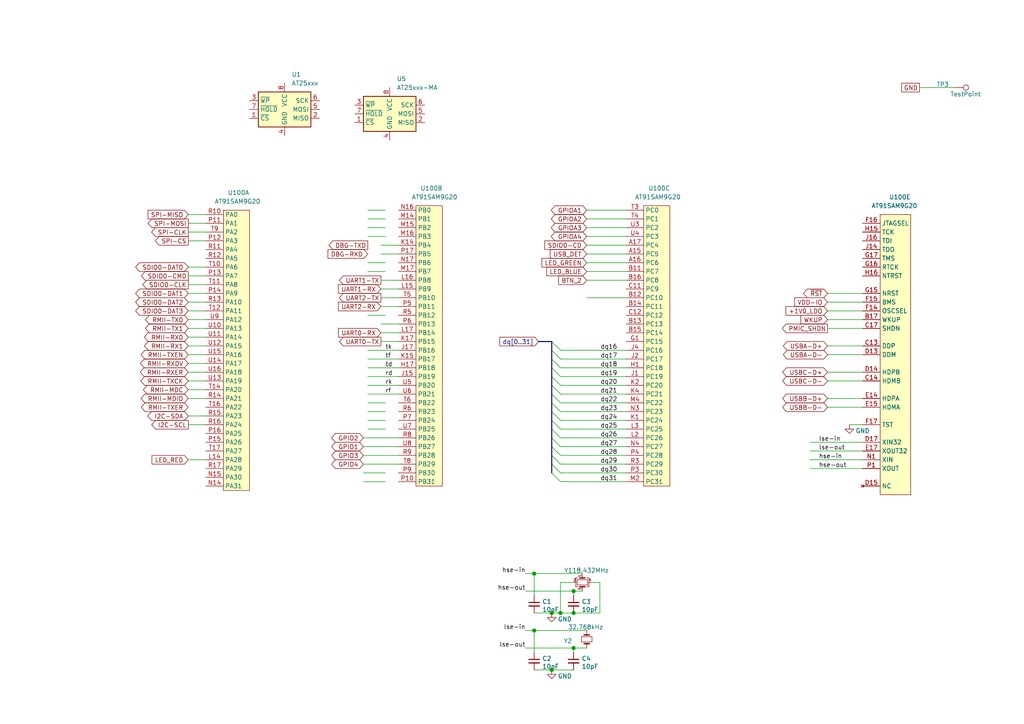
<source format=kicad_sch>
(kicad_sch (version 20211123) (generator eeschema)
  (paper "A4")
  (title_block (title "SAM9G20 SBC") (rev "0.1") (company "vd-rd"))
  (lib_symbols
    (symbol "Connector:TestPoint" (pin_numbers hide) (pin_names (offset 0.762) hide)
      (property "Reference" "TP" (at 0 6.858 0))
      (property "Value" "TestPoint" (at 0 5.08 0))
      (symbol "TestPoint_0_1"
        (circle (center 0 3.302) (radius 0.762))
      )
      (symbol "TestPoint_1_1"
        (pin passive line (at 0 0 90) (length 2.54) (name "1") (number "1"))
      )
    )
    (symbol "Device:C_Small" (pin_numbers hide) (pin_names (offset 0.254) hide)
      (property "Reference" "C" (at 0.254 1.778 0))
      (property "Value" "C_Small" (at 0.254 -2.032 0))
      (symbol "C_Small_0_1"
        (polyline (pts (xy -1.524 -0.508) (xy 1.524 -0.508)) (stroke (width 0.3302)))
        (polyline (pts (xy -1.524 0.508) (xy 1.524 0.508)) (stroke (width 0.3048)))
      )
      (symbol "C_Small_1_1"
        (pin passive line (at 0 2.54 270) (length 2.032) (name "~") (number "1"))
        (pin passive line (at 0 -2.54 90) (length 2.032) (name "~") (number "2"))
      )
    )
    (symbol "Device:Crystal_GND24_Small" (pin_names (offset 1.016) hide)
      (property "Reference" "Y" (at 1.27 4.445 0))
      (property "Value" "Crystal_GND24_Small" (at 1.27 2.54 0))
      (symbol "Crystal_GND24_Small_0_1"
        (rectangle (start -0.762 -1.524) (end 0.762 1.524))
        (polyline (pts (xy -1.27 -0.762) (xy -1.27 0.762)) (stroke (width 0.381)))
        (polyline (pts (xy 1.27 -0.762) (xy 1.27 0.762)) (stroke (width 0.381)))
        (polyline (pts (xy -1.27 -1.27) (xy -1.27 -1.905) (xy 1.27 -1.905) (xy 1.27 -1.27)))
        (polyline (pts (xy -1.27 1.27) (xy -1.27 1.905) (xy 1.27 1.905) (xy 1.27 1.27)))
      )
      (symbol "Crystal_GND24_Small_1_1"
        (pin passive line (at -2.54 0 0) (length 1.27) (name "1") (number "1"))
        (pin passive line (at 0 -2.54 90) (length 0.635) (name "2") (number "2"))
        (pin passive line (at 2.54 0 180) (length 1.27) (name "3") (number "3"))
        (pin passive line (at 0 2.54 270) (length 0.635) (name "4") (number "4"))
      )
    )
    (symbol "Device:Crystal_Small" (pin_numbers hide) (pin_names (offset 1.016) hide)
      (property "Reference" "Y" (at 0 2.54 0))
      (property "Value" "Crystal_Small" (at 0 -2.54 0))
      (symbol "Crystal_Small_0_1"
        (rectangle (start -0.762 -1.524) (end 0.762 1.524))
        (polyline (pts (xy -1.27 -0.762) (xy -1.27 0.762)) (stroke (width 0.381)))
        (polyline (pts (xy 1.27 -0.762) (xy 1.27 0.762)) (stroke (width 0.381)))
      )
      (symbol "Crystal_Small_1_1"
        (pin passive line (at -2.54 0 0) (length 1.27) (name "1") (number "1"))
        (pin passive line (at 2.54 0 180) (length 1.27) (name "2") (number "2"))
      )
    )
    (symbol "Memory_EEPROM:AT25xxx"
      (property "Reference" "U" (at -7.62 6.35 0))
      (property "Value" "AT25xxx" (at 2.54 -6.35 0))
      (symbol "AT25xxx_1_1"
        (rectangle (start -7.62 5.08) (end 7.62 -5.08) (stroke (width 0.254)) (fill (type background)))
        (pin input line (at -10.16 -2.54 0) (length 2.54) (name "~{CS}") (number "1"))
        (pin tri_state line (at 10.16 -2.54 180) (length 2.54) (name "MISO") (number "2"))
        (pin input line (at -10.16 2.54 0) (length 2.54) (name "~{WP}") (number "3"))
        (pin power_in line (at 0 -7.62 90) (length 2.54) (name "GND") (number "4"))
        (pin input line (at 10.16 0 180) (length 2.54) (name "MOSI") (number "5"))
        (pin input line (at 10.16 2.54 180) (length 2.54) (name "SCK") (number "6"))
        (pin input line (at -10.16 0 0) (length 2.54) (name "~{HOLD}") (number "7"))
        (pin power_in line (at 0 7.62 270) (length 2.54) (name "VCC") (number "8"))
      )
    )
    (symbol "Memory_EEPROM:AT25xxx-MA"
      (property "Reference" "U" (at -7.62 6.35 0))
      (property "Value" "AT25xxx-MA" (at 2.54 -6.35 0))
      (symbol "AT25xxx-MA_1_1"
        (rectangle (start -7.62 5.08) (end 7.62 -5.08) (stroke (width 0.254)) (fill (type background)))
        (pin input line (at -10.16 -2.54 0) (length 2.54) (name "~{CS}") (number "1"))
        (pin tri_state line (at 10.16 -2.54 180) (length 2.54) (name "MISO") (number "2"))
        (pin input line (at -10.16 2.54 0) (length 2.54) (name "~{WP}") (number "3"))
        (pin power_in line (at 0 -7.62 90) (length 2.54) (name "GND") (number "4"))
        (pin input line (at 10.16 0 180) (length 2.54) (name "MOSI") (number "5"))
        (pin input line (at 10.16 2.54 180) (length 2.54) (name "SCK") (number "6"))
        (pin input line (at -10.16 0 0) (length 2.54) (name "~{HOLD}") (number "7"))
        (pin power_in line (at 0 7.62 270) (length 2.54) (name "VCC") (number "8"))
        (pin passive line (at 0 -7.62 90) (length 2.54) hide (name "GND") (number "9"))
      )
    )
    (symbol "microchip:AT91SAM9G20"
      (property "Reference" "U" (at 0 43.18 0))
      (property "Value" "AT91SAM9G20" (at -8.89 43.18 0))
      (symbol "AT91SAM9G20_1_0"
        (pin passive line (at -8.89 -31.75 0) (length 5.08) (name "PA28") (number "L14"))
        (pin passive line (at -8.89 -39.37 0) (length 5.08) (name "PA31") (number "N14"))
        (pin passive line (at -8.89 -36.83 0) (length 5.08) (name "PA30") (number "N15"))
        (pin passive line (at -8.89 36.83 0) (length 5.08) (name "PA1") (number "P11"))
        (pin passive line (at -8.89 31.75 0) (length 5.08) (name "PA3") (number "P12"))
        (pin passive line (at -8.89 21.59 0) (length 5.08) (name "PA7") (number "P13"))
        (pin passive line (at -8.89 16.51 0) (length 5.08) (name "PA9") (number "P14"))
        (pin passive line (at -8.89 -26.67 0) (length 5.08) (name "PA26") (number "P15"))
        (pin passive line (at -8.89 -24.13 0) (length 5.08) (name "PA25") (number "P16"))
        (pin passive line (at -8.89 39.37 0) (length 5.08) (name "PA0") (number "R10"))
        (pin passive line (at -8.89 29.21 0) (length 5.08) (name "PA4") (number "R11"))
        (pin passive line (at -8.89 26.67 0) (length 5.08) (name "PA5") (number "R12"))
        (pin passive line (at -8.89 13.97 0) (length 5.08) (name "PA10") (number "R13"))
        (pin passive line (at -8.89 -13.97 0) (length 5.08) (name "PA21") (number "R14"))
        (pin passive line (at -8.89 -19.05 0) (length 5.08) (name "PA23") (number "R15"))
        (pin passive line (at -8.89 -21.59 0) (length 5.08) (name "PA24") (number "R16"))
        (pin passive line (at -8.89 -34.29 0) (length 5.08) (name "PA29") (number "R17"))
        (pin passive line (at -8.89 24.13 0) (length 5.08) (name "PA6") (number "T10"))
        (pin passive line (at -8.89 19.05 0) (length 5.08) (name "PA8") (number "T11"))
        (pin passive line (at -8.89 11.43 0) (length 5.08) (name "PA11") (number "T12"))
        (pin passive line (at -8.89 -11.43 0) (length 5.08) (name "PA20") (number "T14"))
        (pin passive line (at -8.89 -16.51 0) (length 5.08) (name "PA22") (number "T16"))
        (pin passive line (at -8.89 -29.21 0) (length 5.08) (name "PA27") (number "T17"))
        (pin passive line (at -8.89 34.29 0) (length 5.08) (name "PA2") (number "T9"))
        (pin passive line (at -8.89 6.35 0) (length 5.08) (name "PA13") (number "U10"))
        (pin passive line (at -8.89 3.81 0) (length 5.08) (name "PA14") (number "U11"))
        (pin passive line (at -8.89 1.27 0) (length 5.08) (name "PA15") (number "U12"))
        (pin passive line (at -8.89 -8.89 0) (length 5.08) (name "PA19") (number "U13"))
        (pin passive line (at -8.89 -3.81 0) (length 5.08) (name "PA17") (number "U14"))
        (pin passive line (at -8.89 -1.27 0) (length 5.08) (name "PA16") (number "U15"))
        (pin passive line (at -8.89 -6.35 0) (length 5.08) (name "PA18") (number "U16"))
        (pin passive line (at -8.89 8.89 0) (length 5.08) (name "PA12") (number "U9"))
      )
      (symbol "AT91SAM9G20_1_1"
        (rectangle (start -3.81 40.64) (end 3.81 -40.64) (stroke (width 0.1524)) (fill (type background)))
      )
      (symbol "AT91SAM9G20_2_0"
        (pin passive line (at -8.89 -6.35 0) (length 5.08) (name "PB18") (number "H17"))
        (pin passive line (at -8.89 -8.89 0) (length 5.08) (name "PB19") (number "J15"))
        (pin passive line (at -8.89 -1.27 0) (length 5.08) (name "PB16") (number "J17"))
        (pin passive line (at -8.89 29.21 0) (length 5.08) (name "PB4") (number "K14"))
        (pin passive line (at -8.89 -3.81 0) (length 5.08) (name "PB17") (number "K15"))
        (pin passive line (at -8.89 1.27 0) (length 5.08) (name "PB15") (number "K17"))
        (pin passive line (at -8.89 16.51 0) (length 5.08) (name "PB9") (number "L15"))
        (pin passive line (at -8.89 19.05 0) (length 5.08) (name "PB8") (number "L16"))
        (pin passive line (at -8.89 3.81 0) (length 5.08) (name "PB14") (number "L17"))
        (pin passive line (at -8.89 36.83 0) (length 5.08) (name "PB1") (number "M14"))
        (pin passive line (at -8.89 34.29 0) (length 5.08) (name "PB2") (number "M15"))
        (pin passive line (at -8.89 31.75 0) (length 5.08) (name "PB3") (number "M16"))
        (pin passive line (at -8.89 21.59 0) (length 5.08) (name "PB7") (number "M17"))
        (pin passive line (at -8.89 39.37 0) (length 5.08) (name "PB0") (number "N16"))
        (pin passive line (at -8.89 24.13 0) (length 5.08) (name "PB6") (number "N17"))
        (pin passive line (at -8.89 -39.37 0) (length 5.08) (name "PB31") (number "P10"))
        (pin passive line (at -8.89 26.67 0) (length 5.08) (name "PB5") (number "P17"))
        (pin passive line (at -8.89 11.43 0) (length 5.08) (name "PB11") (number "P5"))
        (pin passive line (at -8.89 6.35 0) (length 5.08) (name "PB13") (number "P6"))
        (pin passive line (at -8.89 -21.59 0) (length 5.08) (name "PB24") (number "P7"))
        (pin passive line (at -8.89 -36.83 0) (length 5.08) (name "PB30") (number "P9"))
        (pin passive line (at -8.89 8.89 0) (length 5.08) (name "PB12") (number "R5"))
        (pin passive line (at -8.89 -19.05 0) (length 5.08) (name "PB23") (number "R6"))
        (pin passive line (at -8.89 -26.67 0) (length 5.08) (name "PB26") (number "R8"))
        (pin passive line (at -8.89 -31.75 0) (length 5.08) (name "PB28") (number "R9"))
        (pin passive line (at -8.89 13.97 0) (length 5.08) (name "PB10") (number "T5"))
        (pin passive line (at -8.89 -16.51 0) (length 5.08) (name "PB22") (number "T6"))
        (pin passive line (at -8.89 -34.29 0) (length 5.08) (name "PB29") (number "T8"))
        (pin passive line (at -8.89 -11.43 0) (length 5.08) (name "PB20") (number "U5"))
        (pin passive line (at -8.89 -13.97 0) (length 5.08) (name "PB21") (number "U6"))
        (pin passive line (at -8.89 -24.13 0) (length 5.08) (name "PB25") (number "U7"))
        (pin passive line (at -8.89 -29.21 0) (length 5.08) (name "PB27") (number "U8"))
      )
      (symbol "AT91SAM9G20_2_1"
        (rectangle (start -3.81 40.64) (end 3.81 -40.64) (stroke (width 0.1524)) (fill (type background)))
      )
      (symbol "AT91SAM9G20_3_0"
        (pin passive line (at -8.89 26.67 0) (length 5.08) (name "PC5") (number "A15"))
        (pin passive line (at -8.89 24.13 0) (length 5.08) (name "PC6") (number "A16"))
        (pin passive line (at -8.89 29.21 0) (length 5.08) (name "PC4") (number "A17"))
        (pin passive line (at -8.89 21.59 0) (length 5.08) (name "PC7") (number "B11"))
        (pin passive line (at -8.89 13.97 0) (length 5.08) (name "PC10") (number "B12"))
        (pin passive line (at -8.89 6.35 0) (length 5.08) (name "PC13") (number "B13"))
        (pin passive line (at -8.89 11.43 0) (length 5.08) (name "PC11") (number "B14"))
        (pin passive line (at -8.89 3.81 0) (length 5.08) (name "PC14") (number "B15"))
        (pin passive line (at -8.89 19.05 0) (length 5.08) (name "PC8") (number "B16"))
        (pin passive line (at -8.89 16.51 0) (length 5.08) (name "PC9") (number "C11"))
        (pin passive line (at -8.89 8.89 0) (length 5.08) (name "PC12") (number "C12"))
        (pin passive line (at -8.89 1.27 0) (length 5.08) (name "PC15") (number "G1"))
        (pin passive line (at -8.89 -6.35 0) (length 5.08) (name "PC18") (number "H1"))
        (pin passive line (at -8.89 -8.89 0) (length 5.08) (name "PC19") (number "J1"))
        (pin passive line (at -8.89 -3.81 0) (length 5.08) (name "PC17") (number "J2"))
        (pin passive line (at -8.89 -1.27 0) (length 5.08) (name "PC16") (number "J4"))
        (pin passive line (at -8.89 -21.59 0) (length 5.08) (name "PC24") (number "K1"))
        (pin passive line (at -8.89 -11.43 0) (length 5.08) (name "PC20") (number "K2"))
        (pin passive line (at -8.89 -13.97 0) (length 5.08) (name "PC21") (number "K4"))
        (pin passive line (at -8.89 -26.67 0) (length 5.08) (name "PC26") (number "L2"))
        (pin passive line (at -8.89 -24.13 0) (length 5.08) (name "PC25") (number "L3"))
        (pin passive line (at -8.89 -39.37 0) (length 5.08) (name "PC31") (number "M2"))
        (pin passive line (at -8.89 -16.51 0) (length 5.08) (name "PC22") (number "M4"))
        (pin passive line (at -8.89 -19.05 0) (length 5.08) (name "PC23") (number "N3"))
        (pin passive line (at -8.89 -29.21 0) (length 5.08) (name "PC27") (number "N4"))
        (pin passive line (at -8.89 -36.83 0) (length 5.08) (name "PC30") (number "P3"))
        (pin passive line (at -8.89 -31.75 0) (length 5.08) (name "PC28") (number "P4"))
        (pin passive line (at -8.89 -34.29 0) (length 5.08) (name "PC29") (number "R3"))
        (pin passive line (at -8.89 39.37 0) (length 5.08) (name "PC0") (number "T3"))
        (pin passive line (at -8.89 36.83 0) (length 5.08) (name "PC1") (number "T4"))
        (pin passive line (at -8.89 34.29 0) (length 5.08) (name "PC2") (number "U3"))
        (pin passive line (at -8.89 31.75 0) (length 5.08) (name "PC3") (number "U4"))
      )
      (symbol "AT91SAM9G20_3_1"
        (rectangle (start -3.81 40.64) (end 3.81 -40.64) (stroke (width 0.1524)) (fill (type background)))
      )
      (symbol "AT91SAM9G20_4_0"
        (pin passive line (at 24.13 -24.13 180) (length 5.08) (name "NWR3/NBS3/CFIOW") (number "A1"))
        (pin passive line (at -12.7 -15.24 0) (length 5.08) (name "A21") (number "A10"))
        (pin passive line (at -12.7 -17.78 0) (length 5.08) (name "A22") (number "A11"))
        (pin passive line (at 24.13 -19.05 180) (length 5.08) (name "NWR0/NWE/CFWE") (number "A12"))
        (pin passive line (at 24.13 -29.21 180) (length 5.08) (name "NRD/CFOE") (number "A13"))
        (pin passive line (at 24.13 -6.35 180) (length 5.08) (name "NCS0") (number "A14"))
        (pin passive line (at -12.7 38.1 0) (length 5.08) (name "A0/NBS0") (number "A2"))
        (pin passive line (at -12.7 35.56 0) (length 5.08) (name "A1/NBS2/NWR2") (number "A3"))
        (pin passive line (at -12.7 22.86 0) (length 5.08) (name "A6") (number "A4"))
        (pin passive line (at -12.7 17.78 0) (length 5.08) (name "A8") (number "A5"))
        (pin passive line (at -12.7 10.16 0) (length 5.08) (name "A11") (number "A6"))
        (pin passive line (at -12.7 5.08 0) (length 5.08) (name "A13") (number "A7"))
        (pin passive line (at -12.7 -2.54 0) (length 5.08) (name "A16/BA0") (number "A8"))
        (pin passive line (at -12.7 -7.62 0) (length 5.08) (name "A18") (number "A9"))
        (pin passive line (at -12.7 -35.56 0) (length 5.08) (name "SDCK") (number "B1"))
        (pin passive line (at 24.13 -31.75 180) (length 5.08) (name "NANDWE") (number "B10"))
        (pin passive line (at 24.13 -21.59 180) (length 5.08) (name "NWR1/NBS1/CFIOR") (number "B2"))
        (pin passive line (at 24.13 -8.89 180) (length 5.08) (name "NCS1/SDCS") (number "B3"))
        (pin passive line (at -12.7 -22.86 0) (length 5.08) (name "SDA10") (number "B4"))
        (pin passive line (at -12.7 30.48 0) (length 5.08) (name "A3") (number "B5"))
        (pin passive line (at -12.7 20.32 0) (length 5.08) (name "A7") (number "B6"))
        (pin passive line (at -12.7 7.62 0) (length 5.08) (name "A12") (number "B7"))
        (pin passive line (at -12.7 0 0) (length 5.08) (name "A15") (number "B8"))
        (pin passive line (at -12.7 -12.7 0) (length 5.08) (name "A20") (number "B9"))
        (pin passive line (at 24.13 17.78 180) (length 5.08) (name "D8") (number "C1"))
        (pin passive line (at 24.13 -34.29 180) (length 5.08) (name "NANDOE") (number "C10"))
        (pin passive line (at 24.13 35.56 180) (length 5.08) (name "D1") (number "C2"))
        (pin passive line (at -12.7 -33.02 0) (length 5.08) (name "CAS") (number "C3"))
        (pin passive line (at -12.7 33.02 0) (length 5.08) (name "A2") (number "C4"))
        (pin passive line (at -12.7 27.94 0) (length 5.08) (name "A4") (number "C5"))
        (pin passive line (at -12.7 15.24 0) (length 5.08) (name "A9") (number "C6"))
        (pin passive line (at -12.7 2.54 0) (length 5.08) (name "A14") (number "C7"))
        (pin passive line (at -12.7 -5.08 0) (length 5.08) (name "A17/BA1") (number "C8"))
        (pin passive line (at -12.7 -10.16 0) (length 5.08) (name "A19") (number "C9"))
        (pin passive line (at 24.13 15.24 180) (length 5.08) (name "D9") (number "D1"))
        (pin passive line (at 24.13 33.02 180) (length 5.08) (name "D2") (number "D2"))
        (pin passive line (at -12.7 -27.94 0) (length 5.08) (name "RAS") (number "D3"))
        (pin passive line (at 24.13 38.1 180) (length 5.08) (name "D0") (number "D4"))
        (pin passive line (at -12.7 25.4 0) (length 5.08) (name "A5") (number "D5"))
        (pin passive line (at -12.7 12.7 0) (length 5.08) (name "A10") (number "D7"))
        (pin passive line (at 24.13 12.7 180) (length 5.08) (name "D10") (number "E1"))
        (pin passive line (at 24.13 25.4 180) (length 5.08) (name "D5") (number "E2"))
        (pin passive line (at 24.13 30.48 180) (length 5.08) (name "D3") (number "E3"))
        (pin passive line (at 24.13 27.94 180) (length 5.08) (name "D4") (number "E4"))
        (pin passive line (at 24.13 5.08 180) (length 5.08) (name "D13") (number "F1"))
        (pin passive line (at -12.7 -30.48 0) (length 5.08) (name "SDWE") (number "F2"))
        (pin passive line (at 24.13 22.86 180) (length 5.08) (name "D6") (number "F3"))
        (pin passive line (at 24.13 20.32 180) (length 5.08) (name "D7") (number "G2"))
        (pin passive line (at -12.7 -38.1 0) (length 5.08) (name "SDCKE") (number "G3"))
        (pin passive line (at 24.13 2.54 180) (length 5.08) (name "D14") (number "H2"))
        (pin passive line (at 24.13 7.62 180) (length 5.08) (name "D12") (number "H3"))
        (pin passive line (at 24.13 10.16 180) (length 5.08) (name "D11") (number "H4"))
        (pin passive line (at 24.13 0 180) (length 5.08) (name "D15") (number "K3"))
      )
      (symbol "AT91SAM9G20_4_1"
        (rectangle (start -7.62 39.37) (end 19.05 -39.37) (stroke (width 0.1524)) (fill (type background)))
      )
      (symbol "AT91SAM9G20_5_0"
        (pin passive line (at -8.89 3.81 0) (length 5.08) (name "WKUP") (number "B17"))
        (pin passive line (at -8.89 -3.81 0) (length 5.08) (name "DDP") (number "C13"))
        (pin passive line (at -8.89 -13.97 0) (length 5.08) (name "HDMB") (number "C14"))
        (pin no_connect line (at -8.89 -44.45 0) (length 5.08) hide (name "NC") (number "C15"))
        (pin passive line (at -8.89 1.27 0) (length 5.08) (name "SHDN") (number "C17"))
        (pin passive line (at -8.89 -6.35 0) (length 5.08) (name "DDM") (number "D13"))
        (pin passive line (at -8.89 -11.43 0) (length 5.08) (name "HDPB") (number "D14"))
        (pin no_connect line (at -8.89 -44.45 0) (length 5.08) (name "NC") (number "D15"))
        (pin passive line (at -8.89 -31.75 0) (length 5.08) (name "XIN32") (number "D17"))
        (pin passive line (at -8.89 -19.05 0) (length 5.08) (name "HDPA") (number "E14"))
        (pin passive line (at -8.89 -21.59 0) (length 5.08) (name "HDMA") (number "E15"))
        (pin passive line (at -8.89 -34.29 0) (length 5.08) (name "XOUT32") (number "E17"))
        (pin passive line (at -8.89 6.35 0) (length 5.08) (name "OSCSEL") (number "F14"))
        (pin passive line (at -8.89 8.89 0) (length 5.08) (name "BMS") (number "F15"))
        (pin passive line (at -8.89 31.75 0) (length 5.08) (name "JTAGSEL") (number "F16"))
        (pin passive line (at -8.89 -26.67 0) (length 5.08) (name "TST") (number "F17"))
        (pin passive line (at -8.89 11.43 0) (length 5.08) (name "NRST") (number "G15"))
        (pin passive line (at -8.89 19.05 0) (length 5.08) (name "RTCK") (number "G16"))
        (pin passive line (at -8.89 21.59 0) (length 5.08) (name "TMS") (number "G17"))
        (pin passive line (at -8.89 29.21 0) (length 5.08) (name "TCK") (number "H15"))
        (pin passive line (at -8.89 16.51 0) (length 5.08) (name "NTRST") (number "H16"))
        (pin passive line (at -8.89 24.13 0) (length 5.08) (name "TDO") (number "J14"))
        (pin passive line (at -8.89 26.67 0) (length 5.08) (name "TDI") (number "J16"))
        (pin passive line (at -8.89 -36.83 0) (length 5.08) (name "XIN") (number "N1"))
        (pin passive line (at -8.89 -39.37 0) (length 5.08) (name "XOUT") (number "P1"))
        (pin no_connect line (at -8.89 -44.45 0) (length 5.08) hide (name "NC") (number "R1"))
        (pin no_connect line (at -8.89 -44.45 0) (length 5.08) hide (name "NC") (number "T1"))
      )
      (symbol "AT91SAM9G20_5_1"
        (rectangle (start -3.81 34.29) (end 5.08 -46.99) (stroke (width 0.1524)) (fill (type background)))
      )
      (symbol "AT91SAM9G20_6_0"
        (pin passive line (at -6.35 3.81 0) (length 5.08) (name "VDDUSB") (number "C16"))
        (pin passive line (at -6.35 1.27 0) (length 5.08) (name "GNDUSB") (number "D10"))
        (pin power_in line (at -6.35 29.21 0) (length 5.08) (name "VDDIOM") (number "D11"))
        (pin passive line (at -6.35 1.27 0) (length 5.08) hide (name "GNDUSB") (number "D12"))
        (pin power_in line (at -6.35 11.43 0) (length 5.08) (name "VDDBU") (number "D16"))
        (pin passive line (at -6.35 -19.05 0) (length 5.08) (name "GND") (number "D6"))
        (pin passive line (at -6.35 -19.05 0) (length 5.08) hide (name "GND") (number "D8"))
        (pin power_in line (at -6.35 24.13 0) (length 5.08) hide (name "VDDCORE") (number "D9"))
        (pin passive line (at -6.35 8.89 0) (length 5.08) (name "GNDBU") (number "E16"))
        (pin passive line (at -6.35 -19.05 0) (length 5.08) hide (name "GND") (number "F4"))
        (pin passive line (at -6.35 -19.05 0) (length 5.08) hide (name "GND") (number "G14"))
        (pin power_in line (at -6.35 29.21 0) (length 5.08) hide (name "VDDIOM") (number "G4"))
        (pin passive line (at -6.35 -19.05 0) (length 5.08) hide (name "GND") (number "H10"))
        (pin power_in line (at -6.35 24.13 0) (length 5.08) hide (name "VDDCORE") (number "H14"))
        (pin passive line (at -6.35 -19.05 0) (length 5.08) hide (name "GND") (number "H8"))
        (pin passive line (at -6.35 -19.05 0) (length 5.08) hide (name "GND") (number "H9"))
        (pin passive line (at -6.35 -19.05 0) (length 5.08) hide (name "GND") (number "J10"))
        (pin power_in line (at -6.35 29.21 0) (length 5.08) hide (name "VDDIOM") (number "J3"))
        (pin passive line (at -6.35 -19.05 0) (length 5.08) hide (name "GND") (number "J8"))
        (pin passive line (at -6.35 -19.05 0) (length 5.08) hide (name "GND") (number "J9"))
        (pin passive line (at -6.35 -19.05 0) (length 5.08) hide (name "GND") (number "K10"))
        (pin passive line (at -6.35 -19.05 0) (length 5.08) hide (name "GND") (number "K16"))
        (pin passive line (at -6.35 -19.05 0) (length 5.08) hide (name "GND") (number "K8"))
        (pin passive line (at -6.35 -19.05 0) (length 5.08) hide (name "GND") (number "K9"))
        (pin passive line (at -6.35 -19.05 0) (length 5.08) hide (name "GND") (number "L1"))
        (pin passive line (at -6.35 -3.81 0) (length 5.08) (name "VDDOSC") (number "L4"))
        (pin power_in line (at -6.35 24.13 0) (length 5.08) hide (name "VDDCORE") (number "M1"))
        (pin passive line (at -6.35 -19.05 0) (length 5.08) hide (name "GND") (number "M3"))
        (pin passive line (at -6.35 19.05 0) (length 5.08) (name "VDDPLL") (number "N2"))
        (pin passive line (at -6.35 19.05 0) (length 5.08) hide (name "VDDPLL") (number "P2"))
        (pin power_in line (at -6.35 34.29 0) (length 5.08) hide (name "VDDIOP") (number "P8"))
        (pin passive line (at -6.35 -13.97 0) (length 5.08) (name "GNDANA") (number "R2"))
        (pin passive line (at -6.35 -8.89 0) (length 5.08) (name "VDDANA") (number "R4"))
        (pin passive line (at -6.35 -19.05 0) (length 5.08) hide (name "GND") (number "R7"))
        (pin power_in line (at -6.35 24.13 0) (length 5.08) (name "VDDCORE") (number "T13"))
        (pin passive line (at -6.35 -19.05 0) (length 5.08) hide (name "GND") (number "T15"))
        (pin passive line (at -6.35 16.51 0) (length 5.08) (name "GNDPLL") (number "T2"))
        (pin passive line (at -6.35 -19.05 0) (length 5.08) hide (name "GND") (number "T7"))
        (pin passive line (at -6.35 16.51 0) (length 5.08) hide (name "GNDPLL") (number "U1"))
        (pin power_in line (at -6.35 34.29 0) (length 5.08) (name "VDDIOP") (number "U17"))
        (pin passive line (at -6.35 -11.43 0) (length 5.08) (name "ADVREF") (number "U2"))
      )
      (symbol "AT91SAM9G20_6_1"
        (rectangle (start -1.27 38.1) (end 7.62 -21.59) (stroke (width 0.1524)) (fill (type background)))
      )
    )
    (symbol "power:GND" (power) (pin_names (offset 0))
      (property "Value" "GND" (at 0 -3.81 0))
      (symbol "GND_0_1"
        (polyline (pts (xy 0 0) (xy 0 -1.27) (xy 1.27 -1.27) (xy 0 -2.54) (xy -1.27 -1.27) (xy 0 -1.27)))
      )
      (symbol "GND_1_1"
        (pin power_in line (at 0 0 270) (length 0) hide (name "GND") (number "1"))
      )
    )
  )
  (junction (at 160.02 194.31) (diameter 1.016))
  (junction (at 154.94 166.37) (diameter 1.016))
  (junction (at 166.37 177.8) (diameter 1.016))
  (junction (at 160.02 177.8) (diameter 1.016))
  (junction (at 166.37 187.96) (diameter 1.016))
  (junction (at 162.56 177.8) (diameter 1.016))
  (junction (at 154.94 182.88) (diameter 1.016))
  (junction (at 166.37 171.45) (diameter 1.016))
  (bus_entry (at 160.02 124.46) (size 2.54 2.54) (stroke (width 0.1524)))
  (bus_entry (at 160.02 111.76) (size 2.54 2.54) (stroke (width 0.1524)))
  (bus_entry (at 160.02 127) (size 2.54 2.54) (stroke (width 0.1524)))
  (bus_entry (at 160.02 99.06) (size 2.54 2.54) (stroke (width 0.1524)))
  (bus_entry (at 160.02 101.6) (size 2.54 2.54) (stroke (width 0.1524)))
  (bus_entry (at 160.02 106.68) (size 2.54 2.54) (stroke (width 0.1524)))
  (bus_entry (at 160.02 104.14) (size 2.54 2.54) (stroke (width 0.1524)))
  (bus_entry (at 160.02 121.92) (size 2.54 2.54) (stroke (width 0.1524)))
  (bus_entry (at 160.02 109.22) (size 2.54 2.54) (stroke (width 0.1524)))
  (bus_entry (at 160.02 114.3) (size 2.54 2.54) (stroke (width 0.1524)))
  (bus_entry (at 160.02 116.84) (size 2.54 2.54) (stroke (width 0.1524)))
  (bus_entry (at 160.02 119.38) (size 2.54 2.54) (stroke (width 0.1524)))
  (bus_entry (at 160.02 132.08) (size 2.54 2.54) (stroke (width 0.1524)))
  (bus_entry (at 160.02 129.54) (size 2.54 2.54) (stroke (width 0.1524)))
  (bus_entry (at 160.02 137.16) (size 2.54 2.54) (stroke (width 0.1524)))
  (bus_entry (at 160.02 134.62) (size 2.54 2.54) (stroke (width 0.1524)))
  (wire (pts (xy 54.61 133.35) (xy 59.69 133.35)))
  (wire (pts (xy 54.61 100.33) (xy 59.69 100.33)))
  (wire (pts (xy 234.95 128.27) (xy 250.19 128.27)))
  (wire (pts (xy 181.61 116.84) (xy 162.56 116.84)))
  (wire (pts (xy 54.61 97.79) (xy 59.69 97.79)))
  (wire (pts (xy 240.03 87.63) (xy 250.19 87.63)))
  (bus (pts (xy 160.02 99.06) (xy 156.21 99.06)))
  (wire (pts (xy 54.61 105.41) (xy 59.69 105.41)))
  (wire (pts (xy 106.68 78.74) (xy 111.76 78.74)))
  (wire (pts (xy 110.49 83.82) (xy 115.57 83.82)))
  (wire (pts (xy 106.68 60.96) (xy 111.76 60.96)))
  (wire (pts (xy 181.61 134.62) (xy 162.56 134.62)))
  (wire (pts (xy 106.68 104.14) (xy 115.57 104.14)))
  (wire (pts (xy 110.49 93.98) (xy 115.57 93.98)))
  (wire (pts (xy 170.18 81.28) (xy 181.61 81.28)))
  (wire (pts (xy 160.02 194.31) (xy 166.37 194.31)))
  (wire (pts (xy 54.61 64.77) (xy 59.69 64.77)))
  (wire (pts (xy 105.41 139.7) (xy 111.76 139.7)))
  (wire (pts (xy 166.37 187.96) (xy 170.18 187.96)))
  (wire (pts (xy 152.4 187.96) (xy 166.37 187.96)))
  (wire (pts (xy 106.68 111.76) (xy 115.57 111.76)))
  (wire (pts (xy 110.49 99.06) (xy 115.57 99.06)))
  (wire (pts (xy 166.37 171.45) (xy 166.37 172.72)))
  (wire (pts (xy 54.61 85.09) (xy 59.69 85.09)))
  (wire (pts (xy 266.7 25.4) (xy 276.86 25.4)))
  (wire (pts (xy 170.18 71.12) (xy 181.61 71.12)))
  (wire (pts (xy 106.68 121.92) (xy 111.76 121.92)))
  (wire (pts (xy 170.18 78.74) (xy 181.61 78.74)))
  (wire (pts (xy 240.03 90.17) (xy 250.19 90.17)))
  (wire (pts (xy 105.41 127) (xy 115.57 127)))
  (wire (pts (xy 240.03 95.25) (xy 250.19 95.25)))
  (wire (pts (xy 181.61 129.54) (xy 162.56 129.54)))
  (wire (pts (xy 54.61 113.03) (xy 59.69 113.03)))
  (wire (pts (xy 54.61 115.57) (xy 59.69 115.57)))
  (wire (pts (xy 110.49 86.36) (xy 115.57 86.36)))
  (wire (pts (xy 54.61 102.87) (xy 59.69 102.87)))
  (wire (pts (xy 54.61 95.25) (xy 59.69 95.25)))
  (wire (pts (xy 106.68 63.5) (xy 111.76 63.5)))
  (wire (pts (xy 170.18 60.96) (xy 181.61 60.96)))
  (wire (pts (xy 154.94 194.31) (xy 160.02 194.31)))
  (wire (pts (xy 54.61 110.49) (xy 59.69 110.49)))
  (wire (pts (xy 181.61 124.46) (xy 162.56 124.46)))
  (wire (pts (xy 240.03 100.33) (xy 250.19 100.33)))
  (wire (pts (xy 154.94 166.37) (xy 168.91 166.37)))
  (wire (pts (xy 152.4 166.37) (xy 154.94 166.37)))
  (wire (pts (xy 154.94 182.88) (xy 170.18 182.88)))
  (wire (pts (xy 152.4 182.88) (xy 154.94 182.88)))
  (wire (pts (xy 162.56 168.91) (xy 162.56 177.8)))
  (wire (pts (xy 166.37 168.91) (xy 162.56 168.91)))
  (wire (pts (xy 170.18 63.5) (xy 181.61 63.5)))
  (wire (pts (xy 54.61 82.55) (xy 59.69 82.55)))
  (wire (pts (xy 170.18 76.2) (xy 181.61 76.2)))
  (wire (pts (xy 106.68 76.2) (xy 111.76 76.2)))
  (wire (pts (xy 170.18 86.36) (xy 181.61 86.36)))
  (wire (pts (xy 106.68 114.3) (xy 115.57 114.3)))
  (wire (pts (xy 106.68 119.38) (xy 111.76 119.38)))
  (wire (pts (xy 181.61 104.14) (xy 162.56 104.14)))
  (wire (pts (xy 110.49 81.28) (xy 115.57 81.28)))
  (wire (pts (xy 240.03 92.71) (xy 250.19 92.71)))
  (wire (pts (xy 170.18 73.66) (xy 181.61 73.66)))
  (wire (pts (xy 106.68 68.58) (xy 111.76 68.58)))
  (wire (pts (xy 54.61 62.23) (xy 59.69 62.23)))
  (wire (pts (xy 54.61 107.95) (xy 59.69 107.95)))
  (wire (pts (xy 106.68 91.44) (xy 111.76 91.44)))
  (wire (pts (xy 54.61 120.65) (xy 59.69 120.65)))
  (wire (pts (xy 106.68 106.68) (xy 115.57 106.68)))
  (wire (pts (xy 110.49 71.12) (xy 115.57 71.12)))
  (wire (pts (xy 54.61 92.71) (xy 59.69 92.71)))
  (wire (pts (xy 181.61 111.76) (xy 162.56 111.76)))
  (wire (pts (xy 54.61 77.47) (xy 59.69 77.47)))
  (bus (pts (xy 160.02 114.3) (xy 160.02 116.84)))
  (bus (pts (xy 160.02 116.84) (xy 160.02 119.38)))
  (bus (pts (xy 160.02 119.38) (xy 160.02 121.92)))
  (bus (pts (xy 160.02 121.92) (xy 160.02 124.46)))
  (bus (pts (xy 160.02 127) (xy 160.02 129.54)))
  (bus (pts (xy 160.02 129.54) (xy 160.02 132.08)))
  (bus (pts (xy 160.02 132.08) (xy 160.02 134.62)))
  (bus (pts (xy 160.02 124.46) (xy 160.02 127)))
  (bus (pts (xy 160.02 134.62) (xy 160.02 137.16)))
  (bus (pts (xy 160.02 99.06) (xy 160.02 101.6)))
  (bus (pts (xy 160.02 101.6) (xy 160.02 104.14)))
  (bus (pts (xy 160.02 104.14) (xy 160.02 106.68)))
  (bus (pts (xy 160.02 106.68) (xy 160.02 109.22)))
  (bus (pts (xy 160.02 109.22) (xy 160.02 111.76)))
  (bus (pts (xy 160.02 111.76) (xy 160.02 114.3)))
  (wire (pts (xy 170.18 68.58) (xy 181.61 68.58)))
  (wire (pts (xy 105.41 129.54) (xy 115.57 129.54)))
  (wire (pts (xy 181.61 137.16) (xy 162.56 137.16)))
  (wire (pts (xy 152.4 171.45) (xy 166.37 171.45)))
  (wire (pts (xy 166.37 171.45) (xy 168.91 171.45)))
  (wire (pts (xy 154.94 166.37) (xy 154.94 172.72)))
  (wire (pts (xy 181.61 101.6) (xy 162.56 101.6)))
  (wire (pts (xy 181.61 114.3) (xy 162.56 114.3)))
  (wire (pts (xy 105.41 132.08) (xy 115.57 132.08)))
  (wire (pts (xy 110.49 73.66) (xy 115.57 73.66)))
  (wire (pts (xy 240.03 107.95) (xy 250.19 107.95)))
  (wire (pts (xy 240.03 118.11) (xy 250.19 118.11)))
  (wire (pts (xy 106.68 116.84) (xy 111.76 116.84)))
  (wire (pts (xy 106.68 101.6) (xy 115.57 101.6)))
  (wire (pts (xy 105.41 134.62) (xy 115.57 134.62)))
  (wire (pts (xy 181.61 121.92) (xy 162.56 121.92)))
  (wire (pts (xy 54.61 87.63) (xy 59.69 87.63)))
  (wire (pts (xy 54.61 90.17) (xy 59.69 90.17)))
  (wire (pts (xy 154.94 182.88) (xy 154.94 189.23)))
  (wire (pts (xy 106.68 124.46) (xy 111.76 124.46)))
  (wire (pts (xy 54.61 69.85) (xy 59.69 69.85)))
  (wire (pts (xy 240.03 110.49) (xy 250.19 110.49)))
  (wire (pts (xy 173.99 168.91) (xy 173.99 177.8)))
  (wire (pts (xy 173.99 177.8) (xy 166.37 177.8)))
  (wire (pts (xy 171.45 168.91) (xy 173.99 168.91)))
  (wire (pts (xy 234.95 133.35) (xy 250.19 133.35)))
  (wire (pts (xy 240.03 115.57) (xy 250.19 115.57)))
  (wire (pts (xy 106.68 109.22) (xy 115.57 109.22)))
  (wire (pts (xy 181.61 119.38) (xy 162.56 119.38)))
  (wire (pts (xy 54.61 80.01) (xy 59.69 80.01)))
  (wire (pts (xy 240.03 102.87) (xy 250.19 102.87)))
  (wire (pts (xy 162.56 177.8) (xy 166.37 177.8)))
  (wire (pts (xy 154.94 177.8) (xy 160.02 177.8)))
  (wire (pts (xy 160.02 177.8) (xy 162.56 177.8)))
  (wire (pts (xy 110.49 88.9) (xy 115.57 88.9)))
  (wire (pts (xy 54.61 67.31) (xy 59.69 67.31)))
  (wire (pts (xy 106.68 66.04) (xy 111.76 66.04)))
  (wire (pts (xy 166.37 187.96) (xy 166.37 189.23)))
  (wire (pts (xy 54.61 123.19) (xy 59.69 123.19)))
  (wire (pts (xy 234.95 135.89) (xy 250.19 135.89)))
  (wire (pts (xy 234.95 130.81) (xy 250.19 130.81)))
  (wire (pts (xy 105.41 137.16) (xy 111.76 137.16)))
  (wire (pts (xy 110.49 96.52) (xy 115.57 96.52)))
  (wire (pts (xy 246.38 123.19) (xy 250.19 123.19)))
  (wire (pts (xy 181.61 127) (xy 162.56 127)))
  (wire (pts (xy 240.03 85.09) (xy 250.19 85.09)))
  (wire (pts (xy 181.61 109.22) (xy 162.56 109.22)))
  (wire (pts (xy 181.61 139.7) (xy 162.56 139.7)))
  (wire (pts (xy 170.18 66.04) (xy 181.61 66.04)))
  (wire (pts (xy 181.61 132.08) (xy 162.56 132.08)))
  (wire (pts (xy 181.61 106.68) (xy 162.56 106.68)))
  (label "lse-out" (at 152.4 187.96 180))
  (label "lse-in" (at 237.49 128.27 0))
  (label "hse-out" (at 237.49 135.89 0))
  (label "dq19" (at 179.07 109.22 180))
  (label "dq31" (at 179.07 139.7 180))
  (label "dq25" (at 179.07 124.46 180))
  (label "dq29" (at 179.07 134.62 180))
  (label "dq28" (at 179.07 132.08 180))
  (label "dq21" (at 179.07 114.3 180))
  (label "lse-in" (at 152.4 182.88 180))
  (label "lse-out" (at 237.49 130.81 0))
  (label "dq20" (at 179.07 111.76 180))
  (label "dq17" (at 179.07 104.14 180))
  (label "tk" (at 111.76 101.6 0))
  (label "rd" (at 111.76 109.22 0))
  (label "hse-out" (at 152.4 171.45 180))
  (label "dq30" (at 179.07 137.16 180))
  (label "dq22" (at 179.07 116.84 180))
  (label "dq26" (at 179.07 127 180))
  (label "dq16" (at 179.07 101.6 180))
  (label "dq24" (at 179.07 121.92 180))
  (label "rf" (at 111.76 114.3 0))
  (label "tf" (at 111.76 104.14 0))
  (label "rk" (at 111.76 111.76 0))
  (label "dq23" (at 179.07 119.38 180))
  (label "hse-in" (at 237.49 133.35 0))
  (label "td" (at 111.76 106.68 0))
  (label "dq27" (at 179.07 129.54 180))
  (label "hse-in" (at 152.4 166.37 180))
  (label "dq18" (at 179.07 106.68 180))
  (global_label "GPIOA3" (shape bidirectional) (at 170.18 66.04 180) (property "Intersheet References" "${INTERSHEET_REFS}" (effects hide)))
  (global_label "LED_GREEN" (shape input) (at 170.18 76.2 180) (property "Intersheet References" "${INTERSHEET_REFS}" (effects hide)))
  (global_label "VDD-IO" (shape input) (at 240.03 87.63 180) (property "Intersheet References" "${INTERSHEET_REFS}" (effects hide)))
  (global_label "UART0-TX" (shape output) (at 110.49 99.06 180) (property "Intersheet References" "${INTERSHEET_REFS}" (effects hide)))
  (global_label "DBG-RXD" (shape input) (at 106.68 73.66 180) (property "Intersheet References" "${INTERSHEET_REFS}" (effects hide)))
  (global_label "RMII-TX1" (shape bidirectional) (at 54.61 95.25 180) (property "Intersheet References" "${INTERSHEET_REFS}" (effects hide)))
  (global_label "I2C-SDA" (shape bidirectional) (at 54.61 120.65 180) (property "Intersheet References" "${INTERSHEET_REFS}" (effects hide)))
  (global_label "WKUP" (shape input) (at 240.03 92.71 180) (property "Intersheet References" "${INTERSHEET_REFS}" (effects hide)))
  (global_label "UART0-RX" (shape input) (at 110.49 96.52 180) (property "Intersheet References" "${INTERSHEET_REFS}" (effects hide)))
  (global_label "SDIO0-DAT0" (shape bidirectional) (at 54.61 77.47 180) (property "Intersheet References" "${INTERSHEET_REFS}" (effects hide)))
  (global_label "USBA-D-" (shape bidirectional) (at 240.03 102.87 180) (property "Intersheet References" "${INTERSHEET_REFS}" (effects hide)))
  (global_label "GPIO1" (shape bidirectional) (at 105.41 129.54 180) (property "Intersheet References" "${INTERSHEET_REFS}" (effects hide)))
  (global_label "UART1-TX" (shape output) (at 110.49 81.28 180) (property "Intersheet References" "${INTERSHEET_REFS}" (effects hide)))
  (global_label "SDIO0-CD" (shape input) (at 170.18 71.12 180) (property "Intersheet References" "${INTERSHEET_REFS}" (effects hide)))
  (global_label "SDIO0-DAT3" (shape bidirectional) (at 54.61 90.17 180) (property "Intersheet References" "${INTERSHEET_REFS}" (effects hide)))
  (global_label "SDIO0-CMD" (shape output) (at 54.61 80.01 180) (property "Intersheet References" "${INTERSHEET_REFS}" (effects hide)))
  (global_label "SPI-MOSI" (shape output) (at 54.61 64.77 180) (property "Intersheet References" "${INTERSHEET_REFS}" (effects hide)))
  (global_label "USBB-D+" (shape bidirectional) (at 240.03 115.57 180) (property "Intersheet References" "${INTERSHEET_REFS}" (effects hide)))
  (global_label "SPI-CS" (shape output) (at 54.61 69.85 180) (property "Intersheet References" "${INTERSHEET_REFS}" (effects hide)))
  (global_label "GPIO4" (shape bidirectional) (at 105.41 134.62 180) (property "Intersheet References" "${INTERSHEET_REFS}" (effects hide)))
  (global_label "RMII-RX0" (shape bidirectional) (at 54.61 97.79 180) (property "Intersheet References" "${INTERSHEET_REFS}" (effects hide)))
  (global_label "LED_BLUE" (shape input) (at 170.18 78.74 180) (property "Intersheet References" "${INTERSHEET_REFS}" (effects hide)))
  (global_label "PMIC_SHDN" (shape output) (at 240.03 95.25 180) (property "Intersheet References" "${INTERSHEET_REFS}" (effects hide)))
  (global_label "RMII-RXDV" (shape bidirectional) (at 54.61 105.41 180) (property "Intersheet References" "${INTERSHEET_REFS}" (effects hide)))
  (global_label "GPIOA1" (shape bidirectional) (at 170.18 60.96 180) (property "Intersheet References" "${INTERSHEET_REFS}" (effects hide)))
  (global_label "LED_RED" (shape input) (at 54.61 133.35 180) (property "Intersheet References" "${INTERSHEET_REFS}" (effects hide)))
  (global_label "RMII-MDC" (shape bidirectional) (at 54.61 113.03 180) (property "Intersheet References" "${INTERSHEET_REFS}" (effects hide)))
  (global_label "SDIO0-DAT1" (shape bidirectional) (at 54.61 85.09 180) (property "Intersheet References" "${INTERSHEET_REFS}" (effects hide)))
  (global_label "GPIOA4" (shape bidirectional) (at 170.18 68.58 180) (property "Intersheet References" "${INTERSHEET_REFS}" (effects hide)))
  (global_label "+1V0_LDO" (shape input) (at 240.03 90.17 180) (property "Intersheet References" "${INTERSHEET_REFS}" (effects hide)))
  (global_label "USBC-D-" (shape bidirectional) (at 240.03 110.49 180) (property "Intersheet References" "${INTERSHEET_REFS}" (effects hide)))
  (global_label "RMII-MDIO" (shape bidirectional) (at 54.61 115.57 180) (property "Intersheet References" "${INTERSHEET_REFS}" (effects hide)))
  (global_label "RMII-RXER" (shape bidirectional) (at 54.61 107.95 180) (property "Intersheet References" "${INTERSHEET_REFS}" (effects hide)))
  (global_label "GPIO3" (shape bidirectional) (at 105.41 132.08 180) (property "Intersheet References" "${INTERSHEET_REFS}" (effects hide)))
  (global_label "GPIO2" (shape bidirectional) (at 105.41 127 180) (property "Intersheet References" "${INTERSHEET_REFS}" (effects hide)))
  (global_label "RMII-TX0" (shape bidirectional) (at 54.61 92.71 180) (property "Intersheet References" "${INTERSHEET_REFS}" (effects hide)))
  (global_label "~{RST}" (shape bidirectional) (at 240.03 85.09 180) (property "Intersheet References" "${INTERSHEET_REFS}" (effects hide)))
  (global_label "DBG-TXD" (shape output) (at 106.68 71.12 180) (property "Intersheet References" "${INTERSHEET_REFS}" (effects hide)))
  (global_label "UART1-RX" (shape input) (at 110.49 83.82 180) (property "Intersheet References" "${INTERSHEET_REFS}" (effects hide)))
  (global_label "USBB-D-" (shape bidirectional) (at 240.03 118.11 180) (property "Intersheet References" "${INTERSHEET_REFS}" (effects hide)))
  (global_label "RMII-TXEN" (shape bidirectional) (at 54.61 102.87 180) (property "Intersheet References" "${INTERSHEET_REFS}" (effects hide)))
  (global_label "UART2-TX" (shape output) (at 110.49 86.36 180) (property "Intersheet References" "${INTERSHEET_REFS}" (effects hide)))
  (global_label "I2C-SCL" (shape output) (at 54.61 123.19 180) (property "Intersheet References" "${INTERSHEET_REFS}" (effects hide)))
  (global_label "SPI-MISO" (shape input) (at 54.61 62.23 180) (property "Intersheet References" "${INTERSHEET_REFS}" (effects hide)))
  (global_label "UART2-RX" (shape input) (at 110.49 88.9 180) (property "Intersheet References" "${INTERSHEET_REFS}" (effects hide)))
  (global_label "USB_DET" (shape input) (at 170.18 73.66 180) (property "Intersheet References" "${INTERSHEET_REFS}" (effects hide)))
  (global_label "SPI-CLK" (shape output) (at 54.61 67.31 180) (property "Intersheet References" "${INTERSHEET_REFS}" (effects hide)))
  (global_label "GPIOA2" (shape bidirectional) (at 170.18 63.5 180) (property "Intersheet References" "${INTERSHEET_REFS}" (effects hide)))
  (global_label "RMII-TXER" (shape bidirectional) (at 54.61 118.11 180) (property "Intersheet References" "${INTERSHEET_REFS}" (effects hide)))
  (global_label "SDIO0-DAT2" (shape bidirectional) (at 54.61 87.63 180) (property "Intersheet References" "${INTERSHEET_REFS}" (effects hide)))
  (global_label "USBC-D+" (shape bidirectional) (at 240.03 107.95 180) (property "Intersheet References" "${INTERSHEET_REFS}" (effects hide)))
  (global_label "BTN_2" (shape input) (at 170.18 81.28 180) (property "Intersheet References" "${INTERSHEET_REFS}" (effects hide)))
  (global_label "SDIO0-CLK" (shape output) (at 54.61 82.55 180) (property "Intersheet References" "${INTERSHEET_REFS}" (effects hide)))
  (global_label "dq[0..31]" (shape input) (at 156.21 99.06 180) (property "Intersheet References" "${INTERSHEET_REFS}" (effects hide)))
  (global_label "GND" (shape passive) (at 266.7 25.4 180) (property "Intersheet References" "${INTERSHEET_REFS}" (effects hide)))
  (global_label "RMII-TXCK" (shape bidirectional) (at 54.61 110.49 180) (property "Intersheet References" "${INTERSHEET_REFS}" (effects hide)))
  (global_label "USBA-D+" (shape bidirectional) (at 240.03 100.33 180) (property "Intersheet References" "${INTERSHEET_REFS}" (effects hide)))
  (global_label "RMII-RX1" (shape bidirectional) (at 54.61 100.33 180) (property "Intersheet References" "${INTERSHEET_REFS}" (effects hide)))
  (symbol (lib_id "power:GND") (at 160.02 177.8 0) (unit 1)
    (property "Reference" "#PWR0103" (effects hide))
    (property "Value" "GND" (at 163.83 179.5844 0))
  )
  (symbol (lib_id "Device:Crystal_Small") (at 170.18 185.42 90) (unit 1)
    (property "Reference" "Y2" (at 163.4491 185.9291 90) (effects (justify right)))
    (property "Value" "32.768kHz" (at 164.7191 181.8778 90) (effects (justify right)))
    (property "Footprint" "Crystal:Crystal_SMD_3215-2Pin_3.2x1.5mm" (effects hide))
  )
  (symbol (lib_id "microchip:AT91SAM9G20") (at 68.58 101.6 0) (unit 1)
    (property "Reference" "U100" (at 66.04 55.88 0) (effects (justify left)))
    (property "Value" "AT91SAM9G20" (at 62.23 58.42 0) (effects (justify left)))
    (property "Footprint" "microchip:AT91SAM9G10" (effects hide))
  )
  (symbol (lib_id "microchip:AT91SAM9G20") (at 124.46 100.33 0) (unit 2)
    (property "Reference" "U100" (at 121.92 54.61 0) (effects (justify left)))
    (property "Value" "AT91SAM9G20" (at 119.38 57.15 0) (effects (justify left)))
    (property "Footprint" "microchip:AT91SAM9G10" (effects hide))
  )
  (symbol (lib_id "power:GND") (at 246.38 123.19 0) (unit 1)
    (property "Reference" "#PWR0113" (effects hide))
    (property "Value" "GND" (at 250.19 124.9744 0))
  )
  (symbol (lib_id "microchip:AT91SAM9G20") (at 259.08 96.52 0) (unit 5)
    (property "Reference" "U100" (at 257.81 57.15 0) (effects (justify left)))
    (property "Value" "AT91SAM9G20" (at 252.73 59.69 0) (effects (justify left)))
    (property "Footprint" "microchip:AT91SAM9G10" (effects hide))
  )
  (symbol (lib_id "Device:C_Small") (at 154.94 191.77 0) (unit 1)
    (property "Reference" "C2" (at 157.2642 191.0091 0) (effects (justify left)))
    (property "Value" "10pF" (at 157.2642 193.3078 0) (effects (justify left)))
    (property "Footprint" "Capacitor_SMD:C_0402_1005Metric" (effects hide))
  )
  (symbol (lib_id "Device:Crystal_GND24_Small") (at 168.91 168.91 270) (unit 1)
    (property "Reference" "Y1" (at 163.5761 165.4615 90) (effects (justify left)))
    (property "Value" "18.432MHz" (at 165.9493 165.443 90) (effects (justify left)))
    (property "Footprint" "Crystal:Crystal_SMD_3225-4Pin_3.2x2.5mm" (effects hide))
  )
  (symbol (lib_id "Device:C_Small") (at 166.37 175.26 0) (unit 1)
    (property "Reference" "C3" (at 168.6942 174.4991 0) (effects (justify left)))
    (property "Value" "10pF" (at 168.6942 176.7978 0) (effects (justify left)))
    (property "Footprint" "Capacitor_SMD:C_0402_1005Metric" (effects hide))
  )
  (symbol (lib_id "microchip:AT91SAM9G20") (at 190.5 100.33 0) (unit 3)
    (property "Reference" "U100" (at 187.96 54.61 0) (effects (justify left)))
    (property "Value" "AT91SAM9G20" (at 184.15 57.15 0) (effects (justify left)))
    (property "Footprint" "microchip:AT91SAM9G10" (effects hide))
  )
  (symbol (lib_id "Device:C_Small") (at 154.94 175.26 0) (unit 1)
    (property "Reference" "C1" (at 157.2642 174.4991 0) (effects (justify left)))
    (property "Value" "10pF" (at 157.2642 176.7978 0) (effects (justify left)))
    (property "Footprint" "Capacitor_SMD:C_0402_1005Metric" (effects hide))
  )
  (symbol (lib_id "power:GND") (at 160.02 194.31 0) (unit 1)
    (property "Reference" "#PWR0102" (effects hide))
    (property "Value" "GND" (at 163.83 196.0944 0))
  )
  (symbol (lib_id "Memory_EEPROM:AT25xxx") (at 82.55 31.75 0) (unit 1)
    (property "Reference" "U1" (at 84.5694 21.59 0) (effects (justify left)))
    (property "Value" "AT25xxx" (at 84.5694 24.13 0) (effects (justify left)))
    (property "Footprint" "Package_SO:SOIC-8_5.23x5.23mm_P1.27mm" (effects hide))
    (property "Datasheet" "http://ww1.microchip.com/downloads/en/DeviceDoc/Atmel-8707-SEEPROM-AT25010B-020B-040B-Datasheet.pdf" (effects hide))
  )
  (symbol (lib_id "Connector:TestPoint") (at 276.86 25.4 270) (unit 1)
    (property "Reference" "TP3" (at 271.584 24.4969 90) (effects (justify left)))
    (property "Value" "TestPoint" (at 275.59 27.3049 90) (effects (justify left)))
    (property "Footprint" "TestPoint:TestPoint_Pad_D1.0mm" (effects hide))
  )
  (symbol (lib_id "Memory_EEPROM:AT25xxx-MA") (at 113.03 33.02 0) (unit 1)
    (property "Reference" "U5" (at 115.0494 22.86 0) (effects (justify left)))
    (property "Value" "AT25xxx-MA" (at 115.0494 25.4 0) (effects (justify left)))
    (property "Footprint" "Package_DFN_QFN:DFN-8-1EP_3x2mm_P0.5mm_EP1.75x1.45mm" (effects hide))
    (property "Datasheet" "http://ww1.microchip.com/downloads/en/DeviceDoc/Atmel-8707-SEEPROM-AT25010B-020B-040B-Datasheet.pdf" (effects hide))
  )
  (symbol (lib_id "Device:C_Small") (at 166.37 191.77 0) (unit 1)
    (property "Reference" "C4" (at 168.6942 191.0091 0) (effects (justify left)))
    (property "Value" "10pF" (at 168.6942 193.3078 0) (effects (justify left)))
    (property "Footprint" "Capacitor_SMD:C_0402_1005Metric" (effects hide))
  )
)
</source>
